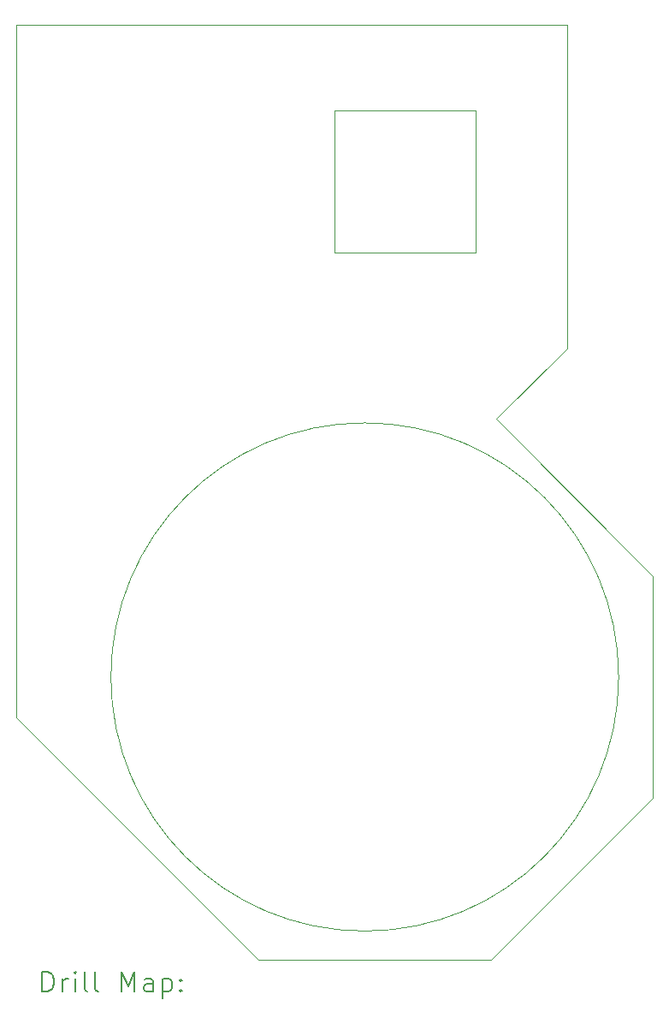
<source format=gbr>
%TF.GenerationSoftware,KiCad,Pcbnew,8.0.7*%
%TF.CreationDate,2025-01-02T13:55:24-06:00*%
%TF.ProjectId,fuckball-top,6675636b-6261-46c6-9c2d-746f702e6b69,rev?*%
%TF.SameCoordinates,Original*%
%TF.FileFunction,Drillmap*%
%TF.FilePolarity,Positive*%
%FSLAX45Y45*%
G04 Gerber Fmt 4.5, Leading zero omitted, Abs format (unit mm)*
G04 Created by KiCad (PCBNEW 8.0.7) date 2025-01-02 13:55:24*
%MOMM*%
%LPD*%
G01*
G04 APERTURE LIST*
%ADD10C,0.050000*%
%ADD11C,0.200000*%
G04 APERTURE END LIST*
D10*
X19200000Y-4550000D02*
X20600000Y-4550000D01*
X20600000Y-5950000D01*
X19200000Y-5950000D01*
X19200000Y-4550000D01*
X21500000Y-6900000D02*
X20800000Y-7600000D01*
X22350000Y-9150000D01*
X22350000Y-11350000D01*
X20750000Y-12950000D01*
X18450000Y-12950000D01*
X16050000Y-10550000D01*
X16050000Y-3700000D01*
X21500000Y-3700000D01*
X21500000Y-6900000D01*
X22012469Y-10150000D02*
G75*
G02*
X16987531Y-10150000I-2512469J0D01*
G01*
X16987531Y-10150000D02*
G75*
G02*
X22012469Y-10150000I2512469J0D01*
G01*
D11*
X16308277Y-13263984D02*
X16308277Y-13063984D01*
X16308277Y-13063984D02*
X16355896Y-13063984D01*
X16355896Y-13063984D02*
X16384467Y-13073508D01*
X16384467Y-13073508D02*
X16403515Y-13092555D01*
X16403515Y-13092555D02*
X16413039Y-13111603D01*
X16413039Y-13111603D02*
X16422562Y-13149698D01*
X16422562Y-13149698D02*
X16422562Y-13178269D01*
X16422562Y-13178269D02*
X16413039Y-13216365D01*
X16413039Y-13216365D02*
X16403515Y-13235412D01*
X16403515Y-13235412D02*
X16384467Y-13254460D01*
X16384467Y-13254460D02*
X16355896Y-13263984D01*
X16355896Y-13263984D02*
X16308277Y-13263984D01*
X16508277Y-13263984D02*
X16508277Y-13130650D01*
X16508277Y-13168746D02*
X16517801Y-13149698D01*
X16517801Y-13149698D02*
X16527324Y-13140174D01*
X16527324Y-13140174D02*
X16546372Y-13130650D01*
X16546372Y-13130650D02*
X16565420Y-13130650D01*
X16632086Y-13263984D02*
X16632086Y-13130650D01*
X16632086Y-13063984D02*
X16622562Y-13073508D01*
X16622562Y-13073508D02*
X16632086Y-13083031D01*
X16632086Y-13083031D02*
X16641610Y-13073508D01*
X16641610Y-13073508D02*
X16632086Y-13063984D01*
X16632086Y-13063984D02*
X16632086Y-13083031D01*
X16755896Y-13263984D02*
X16736848Y-13254460D01*
X16736848Y-13254460D02*
X16727324Y-13235412D01*
X16727324Y-13235412D02*
X16727324Y-13063984D01*
X16860658Y-13263984D02*
X16841610Y-13254460D01*
X16841610Y-13254460D02*
X16832086Y-13235412D01*
X16832086Y-13235412D02*
X16832086Y-13063984D01*
X17089229Y-13263984D02*
X17089229Y-13063984D01*
X17089229Y-13063984D02*
X17155896Y-13206841D01*
X17155896Y-13206841D02*
X17222563Y-13063984D01*
X17222563Y-13063984D02*
X17222563Y-13263984D01*
X17403515Y-13263984D02*
X17403515Y-13159222D01*
X17403515Y-13159222D02*
X17393991Y-13140174D01*
X17393991Y-13140174D02*
X17374944Y-13130650D01*
X17374944Y-13130650D02*
X17336848Y-13130650D01*
X17336848Y-13130650D02*
X17317801Y-13140174D01*
X17403515Y-13254460D02*
X17384467Y-13263984D01*
X17384467Y-13263984D02*
X17336848Y-13263984D01*
X17336848Y-13263984D02*
X17317801Y-13254460D01*
X17317801Y-13254460D02*
X17308277Y-13235412D01*
X17308277Y-13235412D02*
X17308277Y-13216365D01*
X17308277Y-13216365D02*
X17317801Y-13197317D01*
X17317801Y-13197317D02*
X17336848Y-13187793D01*
X17336848Y-13187793D02*
X17384467Y-13187793D01*
X17384467Y-13187793D02*
X17403515Y-13178269D01*
X17498753Y-13130650D02*
X17498753Y-13330650D01*
X17498753Y-13140174D02*
X17517801Y-13130650D01*
X17517801Y-13130650D02*
X17555896Y-13130650D01*
X17555896Y-13130650D02*
X17574944Y-13140174D01*
X17574944Y-13140174D02*
X17584467Y-13149698D01*
X17584467Y-13149698D02*
X17593991Y-13168746D01*
X17593991Y-13168746D02*
X17593991Y-13225888D01*
X17593991Y-13225888D02*
X17584467Y-13244936D01*
X17584467Y-13244936D02*
X17574944Y-13254460D01*
X17574944Y-13254460D02*
X17555896Y-13263984D01*
X17555896Y-13263984D02*
X17517801Y-13263984D01*
X17517801Y-13263984D02*
X17498753Y-13254460D01*
X17679705Y-13244936D02*
X17689229Y-13254460D01*
X17689229Y-13254460D02*
X17679705Y-13263984D01*
X17679705Y-13263984D02*
X17670182Y-13254460D01*
X17670182Y-13254460D02*
X17679705Y-13244936D01*
X17679705Y-13244936D02*
X17679705Y-13263984D01*
X17679705Y-13140174D02*
X17689229Y-13149698D01*
X17689229Y-13149698D02*
X17679705Y-13159222D01*
X17679705Y-13159222D02*
X17670182Y-13149698D01*
X17670182Y-13149698D02*
X17679705Y-13140174D01*
X17679705Y-13140174D02*
X17679705Y-13159222D01*
M02*

</source>
